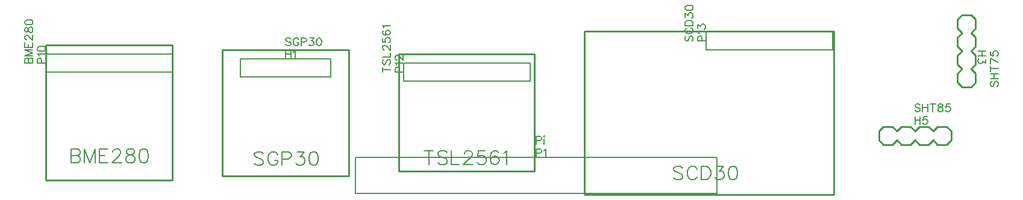
<source format=gto>
G04 Layer: TopSilkLayer*
G04 EasyEDA v6.4.7, 2020-10-28T14:34:13+00:00*
G04 34375fc6649c45b8b31e222808ae9df9,aef87372a4e84f75ab74ab0294ea0b66,10*
G04 Gerber Generator version 0.2*
G04 Scale: 100 percent, Rotated: No, Reflected: No *
G04 Dimensions in millimeters *
G04 leading zeros omitted , absolute positions ,3 integer and 3 decimal *
%FSLAX33Y33*%
%MOMM*%
G90*
D02*

%ADD10C,0.254000*%
%ADD14C,0.203200*%
%ADD24C,0.202999*%
%ADD25C,0.152400*%

%LPD*%
G54D10*
G01X138176Y27178D02*
G01X137541Y26543D01*
G01X136271Y26543D01*
G01X135636Y27178D01*
G01X135636Y28448D02*
G01X135001Y29083D01*
G01X133731Y29083D01*
G01X133096Y28448D01*
G01X135636Y27178D02*
G01X135001Y26543D01*
G01X133731Y26543D01*
G01X133096Y27178D01*
G01X140716Y28448D02*
G01X140716Y27178D01*
G01X133096Y28448D02*
G01X132461Y29083D01*
G01X131191Y29083D01*
G01X130556Y28448D01*
G01X133096Y27178D02*
G01X132461Y26543D01*
G01X131191Y26543D01*
G01X130556Y27178D01*
G01X130556Y28448D02*
G01X130556Y27178D01*
G01X140716Y28448D02*
G01X140081Y29083D01*
G01X138811Y29083D01*
G01X138176Y28448D01*
G01X140716Y27178D02*
G01X140081Y26543D01*
G01X138811Y26543D01*
G01X138176Y27178D01*
G01X138176Y28448D02*
G01X137541Y29083D01*
G01X136271Y29083D01*
G01X135636Y28448D01*
G01X142240Y37210D02*
G01X141605Y37845D01*
G01X141605Y39115D01*
G01X142240Y39750D01*
G01X143510Y39750D02*
G01X144145Y40385D01*
G01X144145Y41655D01*
G01X143510Y42290D01*
G01X142240Y39750D02*
G01X141605Y40385D01*
G01X141605Y41655D01*
G01X142240Y42290D01*
G01X143510Y34671D02*
G01X142240Y34671D01*
G01X143510Y42290D02*
G01X144145Y42925D01*
G01X144145Y44195D01*
G01X143510Y44830D01*
G01X142240Y42290D02*
G01X141605Y42925D01*
G01X141605Y44195D01*
G01X142240Y44830D01*
G01X143510Y44830D02*
G01X142240Y44830D01*
G01X143510Y34670D02*
G01X144145Y35305D01*
G01X144145Y36575D01*
G01X143510Y37210D01*
G01X142240Y34670D02*
G01X141605Y35305D01*
G01X141605Y36575D01*
G01X142240Y37210D01*
G01X143510Y37210D02*
G01X144145Y37845D01*
G01X144145Y39115D01*
G01X143510Y39750D01*
G54D14*
G01X57023Y24765D02*
G01X57023Y19685D01*
G01X107823Y19685D01*
G01X107823Y24765D01*
G01X57023Y24765D01*
G01X42739Y38650D02*
G01X40834Y38650D01*
G01X40834Y36110D01*
G01X53534Y36110D01*
G01X53534Y38650D01*
G54D24*
G01X53534Y38650D02*
G01X42739Y38650D01*
G54D14*
G01X13481Y36744D02*
G01X13481Y39284D01*
G01X31261Y39284D01*
G01X31261Y36744D01*
G01X13481Y36744D01*
G01X63741Y35475D02*
G01X63741Y38015D01*
G01X81521Y38015D01*
G01X81521Y35475D01*
G01X63741Y35475D01*
G01X106277Y39859D02*
G01X106277Y42399D01*
G01X124057Y42399D01*
G01X124057Y39859D01*
G01X106277Y39859D01*
G01X103019Y23235D02*
G01X102834Y23421D01*
G01X102557Y23512D01*
G01X102189Y23512D01*
G01X101912Y23421D01*
G01X101727Y23235D01*
G01X101727Y23050D01*
G01X101818Y22867D01*
G01X101912Y22773D01*
G01X102095Y22682D01*
G01X102651Y22496D01*
G01X102834Y22405D01*
G01X102928Y22313D01*
G01X103019Y22128D01*
G01X103019Y21851D01*
G01X102834Y21666D01*
G01X102557Y21574D01*
G01X102189Y21574D01*
G01X101912Y21666D01*
G01X101727Y21851D01*
G01X105016Y23050D02*
G01X104922Y23235D01*
G01X104736Y23421D01*
G01X104554Y23512D01*
G01X104183Y23512D01*
G01X104000Y23421D01*
G01X103814Y23235D01*
G01X103720Y23050D01*
G01X103629Y22773D01*
G01X103629Y22313D01*
G01X103720Y22034D01*
G01X103814Y21851D01*
G01X104000Y21666D01*
G01X104183Y21574D01*
G01X104554Y21574D01*
G01X104736Y21666D01*
G01X104922Y21851D01*
G01X105016Y22034D01*
G01X105625Y23512D02*
G01X105625Y21574D01*
G01X105625Y23512D02*
G01X106271Y23512D01*
G01X106547Y23421D01*
G01X106733Y23235D01*
G01X106824Y23050D01*
G01X106918Y22773D01*
G01X106918Y22313D01*
G01X106824Y22034D01*
G01X106733Y21851D01*
G01X106547Y21666D01*
G01X106271Y21574D01*
G01X105625Y21574D01*
G01X107711Y23512D02*
G01X108727Y23512D01*
G01X108173Y22773D01*
G01X108450Y22773D01*
G01X108635Y22682D01*
G01X108727Y22590D01*
G01X108821Y22313D01*
G01X108821Y22128D01*
G01X108727Y21851D01*
G01X108544Y21666D01*
G01X108267Y21574D01*
G01X107988Y21574D01*
G01X107711Y21666D01*
G01X107619Y21757D01*
G01X107528Y21943D01*
G01X109984Y23512D02*
G01X109707Y23421D01*
G01X109522Y23144D01*
G01X109430Y22682D01*
G01X109430Y22405D01*
G01X109522Y21943D01*
G01X109707Y21666D01*
G01X109984Y21574D01*
G01X110169Y21574D01*
G01X110446Y21666D01*
G01X110629Y21943D01*
G01X110723Y22405D01*
G01X110723Y22682D01*
G01X110629Y23144D01*
G01X110446Y23421D01*
G01X110169Y23512D01*
G01X109984Y23512D01*
G01X67322Y25671D02*
G01X67322Y23733D01*
G01X66675Y25671D02*
G01X67967Y25671D01*
G01X69870Y25394D02*
G01X69684Y25580D01*
G01X69408Y25671D01*
G01X69039Y25671D01*
G01X68762Y25580D01*
G01X68577Y25394D01*
G01X68577Y25209D01*
G01X68668Y25026D01*
G01X68762Y24932D01*
G01X68948Y24841D01*
G01X69502Y24655D01*
G01X69684Y24564D01*
G01X69778Y24472D01*
G01X69870Y24287D01*
G01X69870Y24010D01*
G01X69684Y23825D01*
G01X69408Y23733D01*
G01X69039Y23733D01*
G01X68762Y23825D01*
G01X68577Y24010D01*
G01X70479Y25671D02*
G01X70479Y23733D01*
G01X70479Y23733D02*
G01X71589Y23733D01*
G01X72290Y25209D02*
G01X72290Y25303D01*
G01X72382Y25488D01*
G01X72476Y25580D01*
G01X72659Y25671D01*
G01X73030Y25671D01*
G01X73215Y25580D01*
G01X73306Y25488D01*
G01X73398Y25303D01*
G01X73398Y25118D01*
G01X73306Y24932D01*
G01X73121Y24655D01*
G01X72199Y23733D01*
G01X73492Y23733D01*
G01X75209Y25671D02*
G01X74284Y25671D01*
G01X74193Y24841D01*
G01X74284Y24932D01*
G01X74561Y25026D01*
G01X74841Y25026D01*
G01X75117Y24932D01*
G01X75300Y24749D01*
G01X75394Y24472D01*
G01X75394Y24287D01*
G01X75300Y24010D01*
G01X75117Y23825D01*
G01X74841Y23733D01*
G01X74561Y23733D01*
G01X74284Y23825D01*
G01X74193Y23916D01*
G01X74101Y24102D01*
G01X77111Y25394D02*
G01X77020Y25580D01*
G01X76743Y25671D01*
G01X76558Y25671D01*
G01X76281Y25580D01*
G01X76095Y25303D01*
G01X76004Y24841D01*
G01X76004Y24378D01*
G01X76095Y24010D01*
G01X76281Y23825D01*
G01X76558Y23733D01*
G01X76649Y23733D01*
G01X76926Y23825D01*
G01X77111Y24010D01*
G01X77203Y24287D01*
G01X77203Y24378D01*
G01X77111Y24655D01*
G01X76926Y24841D01*
G01X76649Y24932D01*
G01X76558Y24932D01*
G01X76281Y24841D01*
G01X76095Y24655D01*
G01X76004Y24378D01*
G01X77812Y25303D02*
G01X77998Y25394D01*
G01X78275Y25671D01*
G01X78275Y23733D01*
G01X44091Y25267D02*
G01X43906Y25453D01*
G01X43629Y25544D01*
G01X43261Y25544D01*
G01X42984Y25453D01*
G01X42799Y25267D01*
G01X42799Y25082D01*
G01X42890Y24899D01*
G01X42984Y24805D01*
G01X43167Y24714D01*
G01X43723Y24528D01*
G01X43906Y24437D01*
G01X44000Y24345D01*
G01X44091Y24160D01*
G01X44091Y23883D01*
G01X43906Y23698D01*
G01X43629Y23606D01*
G01X43261Y23606D01*
G01X42984Y23698D01*
G01X42799Y23883D01*
G01X46088Y25082D02*
G01X45994Y25267D01*
G01X45808Y25453D01*
G01X45626Y25544D01*
G01X45255Y25544D01*
G01X45072Y25453D01*
G01X44886Y25267D01*
G01X44792Y25082D01*
G01X44701Y24805D01*
G01X44701Y24345D01*
G01X44792Y24066D01*
G01X44886Y23883D01*
G01X45072Y23698D01*
G01X45255Y23606D01*
G01X45626Y23606D01*
G01X45808Y23698D01*
G01X45994Y23883D01*
G01X46088Y24066D01*
G01X46088Y24345D01*
G01X45626Y24345D02*
G01X46088Y24345D01*
G01X46697Y25544D02*
G01X46697Y23606D01*
G01X46697Y25544D02*
G01X47528Y25544D01*
G01X47805Y25453D01*
G01X47896Y25361D01*
G01X47990Y25176D01*
G01X47990Y24899D01*
G01X47896Y24714D01*
G01X47805Y24622D01*
G01X47528Y24528D01*
G01X46697Y24528D01*
G01X48783Y25544D02*
G01X49799Y25544D01*
G01X49245Y24805D01*
G01X49522Y24805D01*
G01X49707Y24714D01*
G01X49799Y24622D01*
G01X49893Y24345D01*
G01X49893Y24160D01*
G01X49799Y23883D01*
G01X49616Y23698D01*
G01X49339Y23606D01*
G01X49060Y23606D01*
G01X48783Y23698D01*
G01X48691Y23789D01*
G01X48600Y23975D01*
G01X51056Y25544D02*
G01X50779Y25453D01*
G01X50594Y25176D01*
G01X50502Y24714D01*
G01X50502Y24437D01*
G01X50594Y23975D01*
G01X50779Y23698D01*
G01X51056Y23606D01*
G01X51241Y23606D01*
G01X51518Y23698D01*
G01X51701Y23975D01*
G01X51795Y24437D01*
G01X51795Y24714D01*
G01X51701Y25176D01*
G01X51518Y25453D01*
G01X51241Y25544D01*
G01X51056Y25544D01*
G01X17018Y25925D02*
G01X17018Y23987D01*
G01X17018Y25925D02*
G01X17848Y25925D01*
G01X18125Y25834D01*
G01X18219Y25742D01*
G01X18310Y25557D01*
G01X18310Y25372D01*
G01X18219Y25186D01*
G01X18125Y25095D01*
G01X17848Y25003D01*
G01X17018Y25003D02*
G01X17848Y25003D01*
G01X18125Y24909D01*
G01X18219Y24818D01*
G01X18310Y24632D01*
G01X18310Y24356D01*
G01X18219Y24170D01*
G01X18125Y24079D01*
G01X17848Y23987D01*
G01X17018Y23987D01*
G01X18920Y25925D02*
G01X18920Y23987D01*
G01X18920Y25925D02*
G01X19659Y23987D01*
G01X20398Y25925D02*
G01X19659Y23987D01*
G01X20398Y25925D02*
G01X20398Y23987D01*
G01X21008Y25925D02*
G01X21008Y23987D01*
G01X21008Y25925D02*
G01X22209Y25925D01*
G01X21008Y25003D02*
G01X21747Y25003D01*
G01X21008Y23987D02*
G01X22209Y23987D01*
G01X22910Y25463D02*
G01X22910Y25557D01*
G01X23002Y25742D01*
G01X23096Y25834D01*
G01X23279Y25925D01*
G01X23649Y25925D01*
G01X23835Y25834D01*
G01X23926Y25742D01*
G01X24018Y25557D01*
G01X24018Y25372D01*
G01X23926Y25186D01*
G01X23741Y24909D01*
G01X22819Y23987D01*
G01X24112Y23987D01*
G01X25184Y25925D02*
G01X24904Y25834D01*
G01X24813Y25648D01*
G01X24813Y25463D01*
G01X24904Y25280D01*
G01X25090Y25186D01*
G01X25460Y25095D01*
G01X25737Y25003D01*
G01X25920Y24818D01*
G01X26014Y24632D01*
G01X26014Y24356D01*
G01X25920Y24170D01*
G01X25829Y24079D01*
G01X25552Y23987D01*
G01X25184Y23987D01*
G01X24904Y24079D01*
G01X24813Y24170D01*
G01X24721Y24356D01*
G01X24721Y24632D01*
G01X24813Y24818D01*
G01X24998Y25003D01*
G01X25275Y25095D01*
G01X25643Y25186D01*
G01X25829Y25280D01*
G01X25920Y25463D01*
G01X25920Y25648D01*
G01X25829Y25834D01*
G01X25552Y25925D01*
G01X25184Y25925D01*
G01X27178Y25925D02*
G01X26901Y25834D01*
G01X26715Y25557D01*
G01X26624Y25095D01*
G01X26624Y24818D01*
G01X26715Y24356D01*
G01X26901Y24079D01*
G01X27178Y23987D01*
G01X27363Y23987D01*
G01X27640Y24079D01*
G01X27825Y24356D01*
G01X27917Y24818D01*
G01X27917Y25095D01*
G01X27825Y25557D01*
G01X27640Y25834D01*
G01X27363Y25925D01*
G01X27178Y25925D01*
G54D25*
G01X136362Y32113D02*
G01X136258Y32217D01*
G01X136103Y32268D01*
G01X135895Y32268D01*
G01X135740Y32217D01*
G01X135636Y32113D01*
G01X135636Y32009D01*
G01X135686Y31904D01*
G01X135740Y31851D01*
G01X135844Y31800D01*
G01X136156Y31696D01*
G01X136258Y31645D01*
G01X136311Y31592D01*
G01X136362Y31488D01*
G01X136362Y31333D01*
G01X136258Y31229D01*
G01X136103Y31178D01*
G01X135895Y31178D01*
G01X135740Y31229D01*
G01X135636Y31333D01*
G01X136705Y32268D02*
G01X136705Y31178D01*
G01X137434Y32268D02*
G01X137434Y31178D01*
G01X136705Y31750D02*
G01X137434Y31750D01*
G01X138140Y32268D02*
G01X138140Y31178D01*
G01X137777Y32268D02*
G01X138503Y32268D01*
G01X139105Y32268D02*
G01X138950Y32217D01*
G01X138899Y32113D01*
G01X138899Y32009D01*
G01X138950Y31904D01*
G01X139054Y31851D01*
G01X139263Y31800D01*
G01X139418Y31750D01*
G01X139522Y31645D01*
G01X139573Y31541D01*
G01X139573Y31384D01*
G01X139522Y31280D01*
G01X139471Y31229D01*
G01X139313Y31178D01*
G01X139105Y31178D01*
G01X138950Y31229D01*
G01X138899Y31280D01*
G01X138846Y31384D01*
G01X138846Y31541D01*
G01X138899Y31645D01*
G01X139001Y31750D01*
G01X139158Y31800D01*
G01X139367Y31851D01*
G01X139471Y31904D01*
G01X139522Y32009D01*
G01X139522Y32113D01*
G01X139471Y32217D01*
G01X139313Y32268D01*
G01X139105Y32268D01*
G01X140540Y32268D02*
G01X140020Y32268D01*
G01X139969Y31800D01*
G01X140020Y31851D01*
G01X140177Y31904D01*
G01X140332Y31904D01*
G01X140487Y31851D01*
G01X140591Y31750D01*
G01X140644Y31592D01*
G01X140644Y31488D01*
G01X140591Y31333D01*
G01X140487Y31229D01*
G01X140332Y31178D01*
G01X140177Y31178D01*
G01X140020Y31229D01*
G01X139969Y31280D01*
G01X139915Y31384D01*
G01X135636Y30490D02*
G01X135636Y29400D01*
G01X136362Y30490D02*
G01X136362Y29400D01*
G01X135636Y29972D02*
G01X136362Y29972D01*
G01X137330Y30490D02*
G01X136809Y30490D01*
G01X136758Y30022D01*
G01X136809Y30073D01*
G01X136966Y30126D01*
G01X137121Y30126D01*
G01X137276Y30073D01*
G01X137380Y29972D01*
G01X137434Y29814D01*
G01X137434Y29710D01*
G01X137380Y29555D01*
G01X137276Y29451D01*
G01X137121Y29400D01*
G01X136966Y29400D01*
G01X136809Y29451D01*
G01X136758Y29502D01*
G01X136705Y29606D01*
G01X146395Y35468D02*
G01X146291Y35364D01*
G01X146240Y35209D01*
G01X146240Y35001D01*
G01X146291Y34846D01*
G01X146395Y34742D01*
G01X146499Y34742D01*
G01X146603Y34793D01*
G01X146656Y34846D01*
G01X146707Y34950D01*
G01X146811Y35263D01*
G01X146862Y35364D01*
G01X146915Y35418D01*
G01X147020Y35468D01*
G01X147174Y35468D01*
G01X147279Y35364D01*
G01X147329Y35209D01*
G01X147329Y35001D01*
G01X147279Y34846D01*
G01X147174Y34742D01*
G01X146240Y35811D02*
G01X147329Y35811D01*
G01X146240Y36540D02*
G01X147329Y36540D01*
G01X146758Y35811D02*
G01X146758Y36540D01*
G01X146240Y37246D02*
G01X147329Y37246D01*
G01X146240Y36883D02*
G01X146240Y37610D01*
G01X146240Y38679D02*
G01X147329Y38161D01*
G01X146240Y37952D02*
G01X146240Y38679D01*
G01X146240Y39647D02*
G01X146240Y39126D01*
G01X146707Y39075D01*
G01X146656Y39126D01*
G01X146603Y39283D01*
G01X146603Y39438D01*
G01X146656Y39593D01*
G01X146758Y39697D01*
G01X146915Y39751D01*
G01X147020Y39751D01*
G01X147174Y39697D01*
G01X147279Y39593D01*
G01X147329Y39438D01*
G01X147329Y39283D01*
G01X147279Y39126D01*
G01X147228Y39075D01*
G01X147124Y39022D01*
G01X145552Y39751D02*
G01X144462Y39751D01*
G01X145552Y39024D02*
G01X144462Y39024D01*
G01X145034Y39751D02*
G01X145034Y39024D01*
G01X145552Y38577D02*
G01X145552Y38006D01*
G01X145135Y38315D01*
G01X145135Y38160D01*
G01X145084Y38056D01*
G01X145034Y38006D01*
G01X144876Y37952D01*
G01X144772Y37952D01*
G01X144617Y38006D01*
G01X144513Y38110D01*
G01X144462Y38265D01*
G01X144462Y38420D01*
G01X144513Y38577D01*
G01X144564Y38628D01*
G01X144668Y38681D01*
G01X82423Y27696D02*
G01X82423Y26606D01*
G01X82423Y27696D02*
G01X82890Y27696D01*
G01X83045Y27645D01*
G01X83098Y27592D01*
G01X83149Y27487D01*
G01X83149Y27332D01*
G01X83098Y27228D01*
G01X83045Y27178D01*
G01X82890Y27124D01*
G01X82423Y27124D01*
G01X83492Y27696D02*
G01X83545Y27645D01*
G01X83596Y27696D01*
G01X83545Y27749D01*
G01X83492Y27696D01*
G01X83545Y27332D02*
G01X83545Y26606D01*
G01X82423Y25918D02*
G01X82423Y24828D01*
G01X82423Y25918D02*
G01X82890Y25918D01*
G01X83045Y25867D01*
G01X83098Y25814D01*
G01X83149Y25709D01*
G01X83149Y25554D01*
G01X83098Y25450D01*
G01X83045Y25400D01*
G01X82890Y25346D01*
G01X82423Y25346D01*
G01X83492Y25709D02*
G01X83596Y25763D01*
G01X83753Y25918D01*
G01X83753Y24828D01*
G01X47910Y41426D02*
G01X47806Y41530D01*
G01X47651Y41581D01*
G01X47443Y41581D01*
G01X47288Y41530D01*
G01X47184Y41426D01*
G01X47184Y41322D01*
G01X47234Y41217D01*
G01X47288Y41164D01*
G01X47392Y41113D01*
G01X47704Y41009D01*
G01X47806Y40958D01*
G01X47859Y40905D01*
G01X47910Y40801D01*
G01X47910Y40646D01*
G01X47806Y40542D01*
G01X47651Y40491D01*
G01X47443Y40491D01*
G01X47288Y40542D01*
G01X47184Y40646D01*
G01X49033Y41322D02*
G01X48982Y41426D01*
G01X48878Y41530D01*
G01X48774Y41581D01*
G01X48565Y41581D01*
G01X48461Y41530D01*
G01X48357Y41426D01*
G01X48306Y41322D01*
G01X48253Y41164D01*
G01X48253Y40905D01*
G01X48306Y40750D01*
G01X48357Y40646D01*
G01X48461Y40542D01*
G01X48565Y40491D01*
G01X48774Y40491D01*
G01X48878Y40542D01*
G01X48982Y40646D01*
G01X49033Y40750D01*
G01X49033Y40905D01*
G01X48774Y40905D02*
G01X49033Y40905D01*
G01X49376Y41581D02*
G01X49376Y40491D01*
G01X49376Y41581D02*
G01X49843Y41581D01*
G01X50000Y41530D01*
G01X50051Y41477D01*
G01X50105Y41372D01*
G01X50105Y41217D01*
G01X50051Y41113D01*
G01X50000Y41063D01*
G01X49843Y41009D01*
G01X49376Y41009D01*
G01X50549Y41581D02*
G01X51121Y41581D01*
G01X50811Y41164D01*
G01X50966Y41164D01*
G01X51070Y41113D01*
G01X51121Y41063D01*
G01X51174Y40905D01*
G01X51174Y40801D01*
G01X51121Y40646D01*
G01X51019Y40542D01*
G01X50861Y40491D01*
G01X50706Y40491D01*
G01X50549Y40542D01*
G01X50498Y40593D01*
G01X50447Y40697D01*
G01X51829Y41581D02*
G01X51672Y41530D01*
G01X51568Y41372D01*
G01X51517Y41113D01*
G01X51517Y40958D01*
G01X51568Y40697D01*
G01X51672Y40542D01*
G01X51829Y40491D01*
G01X51933Y40491D01*
G01X52088Y40542D01*
G01X52192Y40697D01*
G01X52243Y40958D01*
G01X52243Y41113D01*
G01X52192Y41372D01*
G01X52088Y41530D01*
G01X51933Y41581D01*
G01X51829Y41581D01*
G01X47184Y39803D02*
G01X47184Y38713D01*
G01X47910Y39803D02*
G01X47910Y38713D01*
G01X47184Y39285D02*
G01X47910Y39285D01*
G01X48253Y39594D02*
G01X48357Y39648D01*
G01X48514Y39803D01*
G01X48514Y38713D01*
G01X10550Y38014D02*
G01X11640Y38014D01*
G01X10550Y38014D02*
G01X10550Y38482D01*
G01X10601Y38637D01*
G01X10654Y38690D01*
G01X10759Y38741D01*
G01X10863Y38741D01*
G01X10967Y38690D01*
G01X11018Y38637D01*
G01X11068Y38482D01*
G01X11068Y38014D02*
G01X11068Y38482D01*
G01X11122Y38637D01*
G01X11173Y38690D01*
G01X11277Y38741D01*
G01X11434Y38741D01*
G01X11538Y38690D01*
G01X11589Y38637D01*
G01X11640Y38482D01*
G01X11640Y38014D01*
G01X10550Y39084D02*
G01X11640Y39084D01*
G01X10550Y39084D02*
G01X11640Y39500D01*
G01X10550Y39917D02*
G01X11640Y39500D01*
G01X10550Y39917D02*
G01X11640Y39917D01*
G01X10550Y40260D02*
G01X11640Y40260D01*
G01X10550Y40260D02*
G01X10550Y40935D01*
G01X11068Y40260D02*
G01X11068Y40674D01*
G01X11640Y40260D02*
G01X11640Y40935D01*
G01X10809Y41329D02*
G01X10759Y41329D01*
G01X10654Y41380D01*
G01X10601Y41433D01*
G01X10550Y41537D01*
G01X10550Y41746D01*
G01X10601Y41850D01*
G01X10654Y41901D01*
G01X10759Y41951D01*
G01X10863Y41951D01*
G01X10967Y41901D01*
G01X11122Y41797D01*
G01X11640Y41278D01*
G01X11640Y42005D01*
G01X10550Y42607D02*
G01X10601Y42452D01*
G01X10705Y42399D01*
G01X10809Y42399D01*
G01X10914Y42452D01*
G01X10967Y42556D01*
G01X11018Y42764D01*
G01X11068Y42919D01*
G01X11173Y43023D01*
G01X11277Y43074D01*
G01X11434Y43074D01*
G01X11538Y43023D01*
G01X11589Y42970D01*
G01X11640Y42815D01*
G01X11640Y42607D01*
G01X11589Y42452D01*
G01X11538Y42399D01*
G01X11434Y42348D01*
G01X11277Y42348D01*
G01X11173Y42399D01*
G01X11068Y42503D01*
G01X11018Y42660D01*
G01X10967Y42866D01*
G01X10914Y42970D01*
G01X10809Y43023D01*
G01X10705Y43023D01*
G01X10601Y42970D01*
G01X10550Y42815D01*
G01X10550Y42607D01*
G01X10550Y43729D02*
G01X10601Y43575D01*
G01X10759Y43470D01*
G01X11018Y43417D01*
G01X11173Y43417D01*
G01X11434Y43470D01*
G01X11589Y43575D01*
G01X11640Y43729D01*
G01X11640Y43834D01*
G01X11589Y43989D01*
G01X11434Y44093D01*
G01X11173Y44146D01*
G01X11018Y44146D01*
G01X10759Y44093D01*
G01X10601Y43989D01*
G01X10550Y43834D01*
G01X10550Y43729D01*
G01X12328Y38014D02*
G01X13418Y38014D01*
G01X12328Y38014D02*
G01X12328Y38482D01*
G01X12379Y38637D01*
G01X12432Y38690D01*
G01X12537Y38741D01*
G01X12692Y38741D01*
G01X12796Y38690D01*
G01X12846Y38637D01*
G01X12900Y38482D01*
G01X12900Y38014D01*
G01X12537Y39084D02*
G01X12483Y39188D01*
G01X12328Y39345D01*
G01X13418Y39345D01*
G01X12328Y39998D02*
G01X12379Y39843D01*
G01X12537Y39739D01*
G01X12796Y39688D01*
G01X12951Y39688D01*
G01X13212Y39739D01*
G01X13367Y39843D01*
G01X13418Y39998D01*
G01X13418Y40102D01*
G01X13367Y40260D01*
G01X13212Y40364D01*
G01X12951Y40415D01*
G01X12796Y40415D01*
G01X12537Y40364D01*
G01X12379Y40260D01*
G01X12328Y40102D01*
G01X12328Y39998D01*
G01X60809Y37108D02*
G01X61899Y37108D01*
G01X60809Y36745D02*
G01X60809Y37471D01*
G01X60964Y38543D02*
G01X60860Y38439D01*
G01X60809Y38281D01*
G01X60809Y38075D01*
G01X60860Y37918D01*
G01X60964Y37814D01*
G01X61068Y37814D01*
G01X61173Y37867D01*
G01X61226Y37918D01*
G01X61277Y38022D01*
G01X61381Y38335D01*
G01X61432Y38439D01*
G01X61485Y38489D01*
G01X61589Y38543D01*
G01X61744Y38543D01*
G01X61848Y38439D01*
G01X61899Y38281D01*
G01X61899Y38075D01*
G01X61848Y37918D01*
G01X61744Y37814D01*
G01X60809Y38886D02*
G01X61899Y38886D01*
G01X61899Y38886D02*
G01X61899Y39508D01*
G01X61068Y39904D02*
G01X61018Y39904D01*
G01X60914Y39955D01*
G01X60860Y40008D01*
G01X60809Y40110D01*
G01X60809Y40318D01*
G01X60860Y40422D01*
G01X60914Y40476D01*
G01X61018Y40527D01*
G01X61122Y40527D01*
G01X61226Y40476D01*
G01X61381Y40372D01*
G01X61899Y39851D01*
G01X61899Y40580D01*
G01X60809Y41545D02*
G01X60809Y41024D01*
G01X61277Y40974D01*
G01X61226Y41024D01*
G01X61173Y41182D01*
G01X61173Y41337D01*
G01X61226Y41494D01*
G01X61328Y41596D01*
G01X61485Y41649D01*
G01X61589Y41649D01*
G01X61744Y41596D01*
G01X61848Y41494D01*
G01X61899Y41337D01*
G01X61899Y41182D01*
G01X61848Y41024D01*
G01X61797Y40974D01*
G01X61693Y40923D01*
G01X60964Y42614D02*
G01X60860Y42564D01*
G01X60809Y42409D01*
G01X60809Y42305D01*
G01X60860Y42147D01*
G01X61018Y42043D01*
G01X61277Y41992D01*
G01X61536Y41992D01*
G01X61744Y42043D01*
G01X61848Y42147D01*
G01X61899Y42305D01*
G01X61899Y42355D01*
G01X61848Y42510D01*
G01X61744Y42614D01*
G01X61589Y42668D01*
G01X61536Y42668D01*
G01X61381Y42614D01*
G01X61277Y42510D01*
G01X61226Y42355D01*
G01X61226Y42305D01*
G01X61277Y42147D01*
G01X61381Y42043D01*
G01X61536Y41992D01*
G01X61018Y43011D02*
G01X60964Y43115D01*
G01X60809Y43270D01*
G01X61899Y43270D01*
G01X62587Y36745D02*
G01X63677Y36745D01*
G01X62587Y36745D02*
G01X62587Y37212D01*
G01X62638Y37367D01*
G01X62692Y37420D01*
G01X62796Y37471D01*
G01X62951Y37471D01*
G01X63055Y37420D01*
G01X63106Y37367D01*
G01X63159Y37212D01*
G01X63159Y36745D01*
G01X62796Y37814D02*
G01X62742Y37918D01*
G01X62587Y38075D01*
G01X63677Y38075D01*
G01X62846Y38469D02*
G01X62796Y38469D01*
G01X62692Y38523D01*
G01X62638Y38573D01*
G01X62587Y38677D01*
G01X62587Y38886D01*
G01X62638Y38990D01*
G01X62692Y39041D01*
G01X62796Y39094D01*
G01X62900Y39094D01*
G01X63004Y39041D01*
G01X63159Y38937D01*
G01X63677Y38418D01*
G01X63677Y39145D01*
G01X103501Y41856D02*
G01X103397Y41752D01*
G01X103346Y41597D01*
G01X103346Y41389D01*
G01X103397Y41234D01*
G01X103501Y41129D01*
G01X103605Y41129D01*
G01X103710Y41180D01*
G01X103763Y41234D01*
G01X103814Y41338D01*
G01X103918Y41650D01*
G01X103969Y41752D01*
G01X104022Y41805D01*
G01X104126Y41856D01*
G01X104281Y41856D01*
G01X104385Y41752D01*
G01X104436Y41597D01*
G01X104436Y41389D01*
G01X104385Y41234D01*
G01X104281Y41129D01*
G01X103605Y42979D02*
G01X103501Y42928D01*
G01X103397Y42824D01*
G01X103346Y42720D01*
G01X103346Y42511D01*
G01X103397Y42407D01*
G01X103501Y42303D01*
G01X103605Y42252D01*
G01X103763Y42199D01*
G01X104022Y42199D01*
G01X104177Y42252D01*
G01X104281Y42303D01*
G01X104385Y42407D01*
G01X104436Y42511D01*
G01X104436Y42720D01*
G01X104385Y42824D01*
G01X104281Y42928D01*
G01X104177Y42979D01*
G01X103346Y43322D02*
G01X104436Y43322D01*
G01X103346Y43322D02*
G01X103346Y43685D01*
G01X103397Y43842D01*
G01X103501Y43946D01*
G01X103605Y43997D01*
G01X103763Y44050D01*
G01X104022Y44050D01*
G01X104177Y43997D01*
G01X104281Y43946D01*
G01X104385Y43842D01*
G01X104436Y43685D01*
G01X104436Y43322D01*
G01X103346Y44495D02*
G01X103346Y45066D01*
G01X103763Y44757D01*
G01X103763Y44912D01*
G01X103814Y45016D01*
G01X103864Y45066D01*
G01X104022Y45120D01*
G01X104126Y45120D01*
G01X104281Y45066D01*
G01X104385Y44965D01*
G01X104436Y44807D01*
G01X104436Y44652D01*
G01X104385Y44495D01*
G01X104334Y44444D01*
G01X104230Y44393D01*
G01X103346Y45775D02*
G01X103397Y45618D01*
G01X103555Y45514D01*
G01X103814Y45463D01*
G01X103969Y45463D01*
G01X104230Y45514D01*
G01X104385Y45618D01*
G01X104436Y45775D01*
G01X104436Y45879D01*
G01X104385Y46034D01*
G01X104230Y46138D01*
G01X103969Y46189D01*
G01X103814Y46189D01*
G01X103555Y46138D01*
G01X103397Y46034D01*
G01X103346Y45879D01*
G01X103346Y45775D01*
G01X105124Y41129D02*
G01X106214Y41129D01*
G01X105124Y41129D02*
G01X105124Y41597D01*
G01X105175Y41752D01*
G01X105228Y41805D01*
G01X105333Y41856D01*
G01X105488Y41856D01*
G01X105592Y41805D01*
G01X105642Y41752D01*
G01X105696Y41597D01*
G01X105696Y41129D01*
G01X105333Y42199D02*
G01X105279Y42303D01*
G01X105124Y42460D01*
G01X106214Y42460D01*
G01X105124Y42907D02*
G01X105124Y43479D01*
G01X105541Y43167D01*
G01X105541Y43322D01*
G01X105592Y43426D01*
G01X105642Y43479D01*
G01X105800Y43530D01*
G01X105904Y43530D01*
G01X106059Y43479D01*
G01X106163Y43375D01*
G01X106214Y43217D01*
G01X106214Y43062D01*
G01X106163Y42907D01*
G01X106112Y42854D01*
G01X106008Y42803D01*
G54D10*
G01X89188Y42530D02*
G01X124187Y42530D01*
G01X124187Y19530D01*
G01X89188Y19530D01*
G01X89188Y42530D01*
G01X63106Y39284D02*
G01X82156Y39284D01*
G01X82156Y22774D01*
G01X63106Y22774D01*
G01X63106Y39284D01*
G01X38294Y39919D02*
G01X56074Y39919D01*
G01X56074Y22139D01*
G01X38294Y22139D01*
G01X38294Y39919D01*
G01X13482Y40554D02*
G01X31262Y40554D01*
G01X31262Y21504D01*
G01X13482Y21504D01*
G01X13482Y40554D01*
M00*
M02*

</source>
